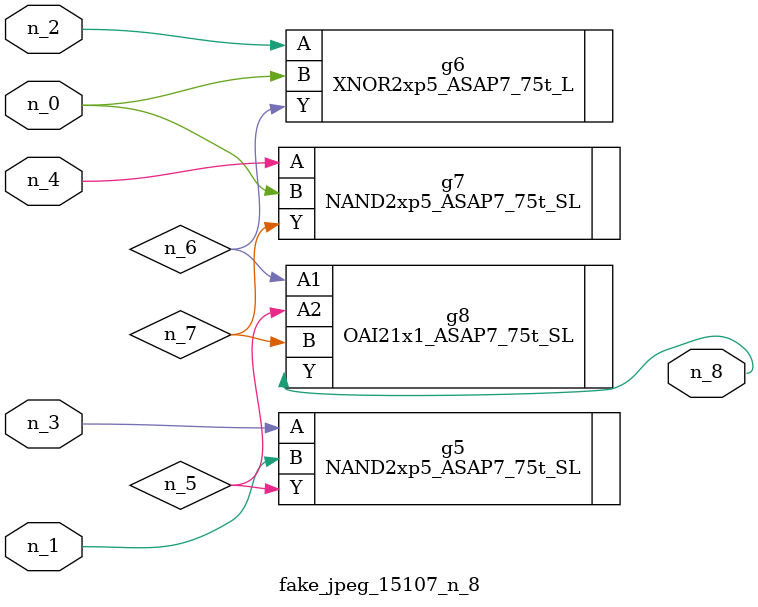
<source format=v>
module fake_jpeg_15107_n_8 (n_3, n_2, n_1, n_0, n_4, n_8);

input n_3;
input n_2;
input n_1;
input n_0;
input n_4;

output n_8;

wire n_6;
wire n_5;
wire n_7;

NAND2xp5_ASAP7_75t_SL g5 ( 
.A(n_3),
.B(n_1),
.Y(n_5)
);

XNOR2xp5_ASAP7_75t_L g6 ( 
.A(n_2),
.B(n_0),
.Y(n_6)
);

NAND2xp5_ASAP7_75t_SL g7 ( 
.A(n_4),
.B(n_0),
.Y(n_7)
);

OAI21x1_ASAP7_75t_SL g8 ( 
.A1(n_6),
.A2(n_5),
.B(n_7),
.Y(n_8)
);


endmodule
</source>
